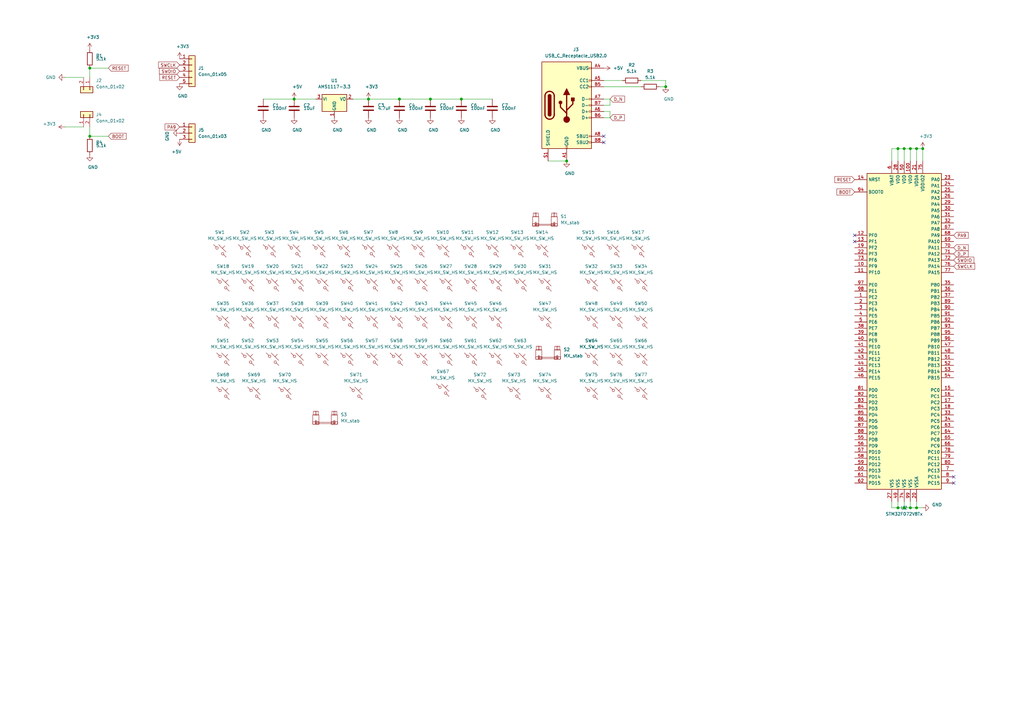
<source format=kicad_sch>
(kicad_sch (version 20211123) (generator eeschema)
  (paper "A3")
  (lib_symbols
    (symbol "Connector:USB_C_Receptacle_USB2.0" (pin_names (offset 1.016))
      (property "Reference" "J" (at -10.16 19.05 0))
      (property "Value" "USB_C_Receptacle_USB2.0" (at 19.05 19.05 0))
      (symbol "USB_C_Receptacle_USB2.0_0_0"
        (rectangle (start -0.254 -17.78) (end 0.254 -16.764))
        (rectangle (start 10.16 -14.986) (end 9.144 -15.494))
        (rectangle (start 10.16 -12.446) (end 9.144 -12.954))
        (rectangle (start 10.16 -4.826) (end 9.144 -5.334))
        (rectangle (start 10.16 -2.286) (end 9.144 -2.794))
        (rectangle (start 10.16 0.254) (end 9.144 -0.254))
        (rectangle (start 10.16 2.794) (end 9.144 2.286))
        (rectangle (start 10.16 7.874) (end 9.144 7.366))
        (rectangle (start 10.16 10.414) (end 9.144 9.906))
        (rectangle (start 10.16 15.494) (end 9.144 14.986))
      )
      (symbol "USB_C_Receptacle_USB2.0_0_1"
        (rectangle (start -10.16 17.78) (end 10.16 -17.78) (stroke (width 0.254)) (fill (type background)))
        (arc (start -8.89 -3.81) (mid -6.985 -5.715) (end -5.08 -3.81) (stroke (width 0.508)))
        (arc (start -7.62 -3.81) (mid -6.985 -4.445) (end -6.35 -3.81) (stroke (width 0.254)))
        (arc (start -7.62 -3.81) (mid -6.985 -4.445) (end -6.35 -3.81) (stroke (width 0.254)) (fill (type outline)))
        (rectangle (start -7.62 -3.81) (end -6.35 3.81) (stroke (width 0.254)) (fill (type outline)))
        (arc (start -6.35 3.81) (mid -6.985 4.445) (end -7.62 3.81) (stroke (width 0.254)))
        (arc (start -6.35 3.81) (mid -6.985 4.445) (end -7.62 3.81) (stroke (width 0.254)) (fill (type outline)))
        (arc (start -5.08 3.81) (mid -6.985 5.715) (end -8.89 3.81) (stroke (width 0.508)))
        (circle (center -2.54 1.143) (radius 0.635) (stroke (width 0.254)) (fill (type outline)))
        (circle (center 0 -5.842) (radius 1.27) (fill (type outline)))
        (polyline (pts (xy -8.89 -3.81) (xy -8.89 3.81)) (stroke (width 0.508)))
        (polyline (pts (xy -5.08 3.81) (xy -5.08 -3.81)) (stroke (width 0.508)))
        (polyline (pts (xy 0 -5.842) (xy 0 4.318)) (stroke (width 0.508)))
        (polyline (pts (xy 0 -3.302) (xy -2.54 -0.762) (xy -2.54 0.508)) (stroke (width 0.508)))
        (polyline (pts (xy 0 -2.032) (xy 2.54 0.508) (xy 2.54 1.778)) (stroke (width 0.508)))
        (polyline (pts (xy -1.27 4.318) (xy 0 6.858) (xy 1.27 4.318) (xy -1.27 4.318)) (stroke (width 0.254)) (fill (type outline)))
        (rectangle (start 1.905 1.778) (end 3.175 3.048) (stroke (width 0.254)) (fill (type outline)))
      )
      (symbol "USB_C_Receptacle_USB2.0_1_1"
        (pin passive line (at 0 -22.86 90) (length 5.08) (name "GND") (number "A1"))
        (pin passive line (at 0 -22.86 90) (length 5.08) hide (name "GND") (number "A12"))
        (pin passive line (at 15.24 15.24 180) (length 5.08) (name "VBUS") (number "A4"))
        (pin bidirectional line (at 15.24 10.16 180) (length 5.08) (name "CC1") (number "A5"))
        (pin bidirectional line (at 15.24 -2.54 180) (length 5.08) (name "D+") (number "A6"))
        (pin bidirectional line (at 15.24 2.54 180) (length 5.08) (name "D-") (number "A7"))
        (pin bidirectional line (at 15.24 -12.7 180) (length 5.08) (name "SBU1") (number "A8"))
        (pin passive line (at 15.24 15.24 180) (length 5.08) hide (name "VBUS") (number "A9"))
        (pin passive line (at 0 -22.86 90) (length 5.08) hide (name "GND") (number "B1"))
        (pin passive line (at 0 -22.86 90) (length 5.08) hide (name "GND") (number "B12"))
        (pin passive line (at 15.24 15.24 180) (length 5.08) hide (name "VBUS") (number "B4"))
        (pin bidirectional line (at 15.24 7.62 180) (length 5.08) (name "CC2") (number "B5"))
        (pin bidirectional line (at 15.24 -5.08 180) (length 5.08) (name "D+") (number "B6"))
        (pin bidirectional line (at 15.24 0 180) (length 5.08) (name "D-") (number "B7"))
        (pin bidirectional line (at 15.24 -15.24 180) (length 5.08) (name "SBU2") (number "B8"))
        (pin passive line (at 15.24 15.24 180) (length 5.08) hide (name "VBUS") (number "B9"))
        (pin passive line (at -7.62 -22.86 90) (length 5.08) (name "SHIELD") (number "S1"))
      )
    )
    (symbol "Connector_Generic:Conn_01x02" (pin_names (offset 1.016) hide)
      (property "Reference" "J" (at 0 2.54 0))
      (property "Value" "Conn_01x02" (at 0 -5.08 0))
      (symbol "Conn_01x02_1_1"
        (rectangle (start -1.27 -2.413) (end 0 -2.667) (stroke (width 0.1524)))
        (rectangle (start -1.27 0.127) (end 0 -0.127) (stroke (width 0.1524)))
        (rectangle (start -1.27 1.27) (end 1.27 -3.81) (stroke (width 0.254)) (fill (type background)))
        (pin passive line (at -5.08 0 0) (length 3.81) (name "Pin_1") (number "1"))
        (pin passive line (at -5.08 -2.54 0) (length 3.81) (name "Pin_2") (number "2"))
      )
    )
    (symbol "Connector_Generic:Conn_01x03" (pin_names (offset 1.016) hide)
      (property "Reference" "J" (at 0 5.08 0))
      (property "Value" "Conn_01x03" (at 0 -5.08 0))
      (symbol "Conn_01x03_1_1"
        (rectangle (start -1.27 -2.413) (end 0 -2.667) (stroke (width 0.1524)))
        (rectangle (start -1.27 0.127) (end 0 -0.127) (stroke (width 0.1524)))
        (rectangle (start -1.27 2.667) (end 0 2.413) (stroke (width 0.1524)))
        (rectangle (start -1.27 3.81) (end 1.27 -3.81) (stroke (width 0.254)) (fill (type background)))
        (pin passive line (at -5.08 2.54 0) (length 3.81) (name "Pin_1") (number "1"))
        (pin passive line (at -5.08 0 0) (length 3.81) (name "Pin_2") (number "2"))
        (pin passive line (at -5.08 -2.54 0) (length 3.81) (name "Pin_3") (number "3"))
      )
    )
    (symbol "Connector_Generic:Conn_01x05" (pin_names (offset 1.016) hide)
      (property "Reference" "J" (at 0 7.62 0))
      (property "Value" "Conn_01x05" (at 0 -7.62 0))
      (symbol "Conn_01x05_1_1"
        (rectangle (start -1.27 -4.953) (end 0 -5.207) (stroke (width 0.1524)))
        (rectangle (start -1.27 -2.413) (end 0 -2.667) (stroke (width 0.1524)))
        (rectangle (start -1.27 0.127) (end 0 -0.127) (stroke (width 0.1524)))
        (rectangle (start -1.27 2.667) (end 0 2.413) (stroke (width 0.1524)))
        (rectangle (start -1.27 5.207) (end 0 4.953) (stroke (width 0.1524)))
        (rectangle (start -1.27 6.35) (end 1.27 -6.35) (stroke (width 0.254)) (fill (type background)))
        (pin passive line (at -5.08 5.08 0) (length 3.81) (name "Pin_1") (number "1"))
        (pin passive line (at -5.08 2.54 0) (length 3.81) (name "Pin_2") (number "2"))
        (pin passive line (at -5.08 0 0) (length 3.81) (name "Pin_3") (number "3"))
        (pin passive line (at -5.08 -2.54 0) (length 3.81) (name "Pin_4") (number "4"))
        (pin passive line (at -5.08 -5.08 0) (length 3.81) (name "Pin_5") (number "5"))
      )
    )
    (symbol "Device:C" (pin_numbers hide) (pin_names (offset 0.254))
      (property "Reference" "C" (at 0.635 2.54 0))
      (property "Value" "C" (at 0.635 -2.54 0))
      (symbol "C_0_1"
        (polyline (pts (xy -2.032 -0.762) (xy 2.032 -0.762)) (stroke (width 0.508)))
        (polyline (pts (xy -2.032 0.762) (xy 2.032 0.762)) (stroke (width 0.508)))
      )
      (symbol "C_1_1"
        (pin passive line (at 0 3.81 270) (length 2.794) (name "~") (number "1"))
        (pin passive line (at 0 -3.81 90) (length 2.794) (name "~") (number "2"))
      )
    )
    (symbol "Device:R" (pin_numbers hide) (pin_names (offset 0))
      (property "Reference" "R" (at 2.032 0 90))
      (property "Value" "R" (at 0 0 90))
      (symbol "R_0_1"
        (rectangle (start -1.016 -2.54) (end 1.016 2.54) (stroke (width 0.254)))
      )
      (symbol "R_1_1"
        (pin passive line (at 0 3.81 270) (length 1.27) (name "~") (number "1"))
        (pin passive line (at 0 -3.81 90) (length 1.27) (name "~") (number "2"))
      )
    )
    (symbol "MCU_ST_STM32F0:STM32F072V8Tx"
      (property "Reference" "U" (at -15.24 64.77 0))
      (property "Value" "STM32F072V8Tx" (at 10.16 64.77 0))
      (symbol "STM32F072V8Tx_0_1"
        (rectangle (start -15.24 -66.04) (end 15.24 63.5) (stroke (width 0.254)) (fill (type background)))
      )
      (symbol "STM32F072V8Tx_1_1"
        (pin bidirectional line (at -20.32 12.7 0) (length 5.08) (name "PE2") (number "1"))
        (pin bidirectional line (at -20.32 25.4 0) (length 5.08) (name "PF9") (number "10"))
        (pin power_in line (at 2.54 68.58 270) (length 5.08) (name "VDD") (number "100"))
        (pin bidirectional line (at -20.32 22.86 0) (length 5.08) (name "PF10") (number "11"))
        (pin input line (at -20.32 38.1 0) (length 5.08) (name "PF0") (number "12"))
        (pin input line (at -20.32 35.56 0) (length 5.08) (name "PF1") (number "13"))
        (pin input line (at -20.32 60.96 0) (length 5.08) (name "NRST") (number "14"))
        (pin bidirectional line (at 20.32 -25.4 180) (length 5.08) (name "PC0") (number "15"))
        (pin bidirectional line (at 20.32 -27.94 180) (length 5.08) (name "PC1") (number "16"))
        (pin bidirectional line (at 20.32 -30.48 180) (length 5.08) (name "PC2") (number "17"))
        (pin bidirectional line (at 20.32 -33.02 180) (length 5.08) (name "PC3") (number "18"))
        (pin bidirectional line (at -20.32 33.02 0) (length 5.08) (name "PF2") (number "19"))
        (pin bidirectional line (at -20.32 10.16 0) (length 5.08) (name "PE3") (number "2"))
        (pin power_in line (at 5.08 -71.12 90) (length 5.08) (name "VSSA") (number "20"))
        (pin power_in line (at 5.08 68.58 270) (length 5.08) (name "VDDA") (number "21"))
        (pin bidirectional line (at -20.32 30.48 0) (length 5.08) (name "PF3") (number "22"))
        (pin bidirectional line (at 20.32 60.96 180) (length 5.08) (name "PA0") (number "23"))
        (pin bidirectional line (at 20.32 58.42 180) (length 5.08) (name "PA1") (number "24"))
        (pin bidirectional line (at 20.32 55.88 180) (length 5.08) (name "PA2") (number "25"))
        (pin bidirectional line (at 20.32 53.34 180) (length 5.08) (name "PA3") (number "26"))
        (pin power_in line (at -5.08 -71.12 90) (length 5.08) (name "VSS") (number "27"))
        (pin power_in line (at -2.54 68.58 270) (length 5.08) (name "VDD") (number "28"))
        (pin bidirectional line (at 20.32 50.8 180) (length 5.08) (name "PA4") (number "29"))
        (pin bidirectional line (at -20.32 7.62 0) (length 5.08) (name "PE4") (number "3"))
        (pin bidirectional line (at 20.32 48.26 180) (length 5.08) (name "PA5") (number "30"))
        (pin bidirectional line (at 20.32 45.72 180) (length 5.08) (name "PA6") (number "31"))
        (pin bidirectional line (at 20.32 43.18 180) (length 5.08) (name "PA7") (number "32"))
        (pin bidirectional line (at 20.32 -35.56 180) (length 5.08) (name "PC4") (number "33"))
        (pin bidirectional line (at 20.32 -38.1 180) (length 5.08) (name "PC5") (number "34"))
        (pin bidirectional line (at 20.32 17.78 180) (length 5.08) (name "PB0") (number "35"))
        (pin bidirectional line (at 20.32 15.24 180) (length 5.08) (name "PB1") (number "36"))
        (pin bidirectional line (at 20.32 12.7 180) (length 5.08) (name "PB2") (number "37"))
        (pin bidirectional line (at -20.32 0 0) (length 5.08) (name "PE7") (number "38"))
        (pin bidirectional line (at -20.32 -2.54 0) (length 5.08) (name "PE8") (number "39"))
        (pin bidirectional line (at -20.32 5.08 0) (length 5.08) (name "PE5") (number "4"))
        (pin bidirectional line (at -20.32 -5.08 0) (length 5.08) (name "PE9") (number "40"))
        (pin bidirectional line (at -20.32 -7.62 0) (length 5.08) (name "PE10") (number "41"))
        (pin bidirectional line (at -20.32 -10.16 0) (length 5.08) (name "PE11") (number "42"))
        (pin bidirectional line (at -20.32 -12.7 0) (length 5.08) (name "PE12") (number "43"))
        (pin bidirectional line (at -20.32 -15.24 0) (length 5.08) (name "PE13") (number "44"))
        (pin bidirectional line (at -20.32 -17.78 0) (length 5.08) (name "PE14") (number "45"))
        (pin bidirectional line (at -20.32 -20.32 0) (length 5.08) (name "PE15") (number "46"))
        (pin bidirectional line (at 20.32 -7.62 180) (length 5.08) (name "PB10") (number "47"))
        (pin bidirectional line (at 20.32 -10.16 180) (length 5.08) (name "PB11") (number "48"))
        (pin power_in line (at -2.54 -71.12 90) (length 5.08) (name "VSS") (number "49"))
        (pin bidirectional line (at -20.32 2.54 0) (length 5.08) (name "PE6") (number "5"))
        (pin power_in line (at 0 68.58 270) (length 5.08) (name "VDD") (number "50"))
        (pin bidirectional line (at 20.32 -12.7 180) (length 5.08) (name "PB12") (number "51"))
        (pin bidirectional line (at 20.32 -15.24 180) (length 5.08) (name "PB13") (number "52"))
        (pin bidirectional line (at 20.32 -17.78 180) (length 5.08) (name "PB14") (number "53"))
        (pin bidirectional line (at 20.32 -20.32 180) (length 5.08) (name "PB15") (number "54"))
        (pin bidirectional line (at -20.32 -45.72 0) (length 5.08) (name "PD8") (number "55"))
        (pin bidirectional line (at -20.32 -48.26 0) (length 5.08) (name "PD9") (number "56"))
        (pin bidirectional line (at -20.32 -50.8 0) (length 5.08) (name "PD10") (number "57"))
        (pin bidirectional line (at -20.32 -53.34 0) (length 5.08) (name "PD11") (number "58"))
        (pin bidirectional line (at -20.32 -55.88 0) (length 5.08) (name "PD12") (number "59"))
        (pin power_in line (at -5.08 68.58 270) (length 5.08) (name "VBAT") (number "6"))
        (pin bidirectional line (at -20.32 -58.42 0) (length 5.08) (name "PD13") (number "60"))
        (pin bidirectional line (at -20.32 -60.96 0) (length 5.08) (name "PD14") (number "61"))
        (pin bidirectional line (at -20.32 -63.5 0) (length 5.08) (name "PD15") (number "62"))
        (pin bidirectional line (at 20.32 -40.64 180) (length 5.08) (name "PC6") (number "63"))
        (pin bidirectional line (at 20.32 -43.18 180) (length 5.08) (name "PC7") (number "64"))
        (pin bidirectional line (at 20.32 -45.72 180) (length 5.08) (name "PC8") (number "65"))
        (pin bidirectional line (at 20.32 -48.26 180) (length 5.08) (name "PC9") (number "66"))
        (pin bidirectional line (at 20.32 40.64 180) (length 5.08) (name "PA8") (number "67"))
        (pin bidirectional line (at 20.32 38.1 180) (length 5.08) (name "PA9") (number "68"))
        (pin bidirectional line (at 20.32 35.56 180) (length 5.08) (name "PA10") (number "69"))
        (pin bidirectional line (at 20.32 -58.42 180) (length 5.08) (name "PC13") (number "7"))
        (pin bidirectional line (at 20.32 33.02 180) (length 5.08) (name "PA11") (number "70"))
        (pin bidirectional line (at 20.32 30.48 180) (length 5.08) (name "PA12") (number "71"))
        (pin bidirectional line (at 20.32 27.94 180) (length 5.08) (name "PA13") (number "72"))
        (pin bidirectional line (at -20.32 27.94 0) (length 5.08) (name "PF6") (number "73"))
        (pin power_in line (at 0 -71.12 90) (length 5.08) (name "VSS") (number "74"))
        (pin power_in line (at 7.62 68.58 270) (length 5.08) (name "VDDIO2") (number "75"))
        (pin bidirectional line (at 20.32 25.4 180) (length 5.08) (name "PA14") (number "76"))
        (pin bidirectional line (at 20.32 22.86 180) (length 5.08) (name "PA15") (number "77"))
        (pin bidirectional line (at 20.32 -50.8 180) (length 5.08) (name "PC10") (number "78"))
        (pin bidirectional line (at 20.32 -53.34 180) (length 5.08) (name "PC11") (number "79"))
        (pin bidirectional line (at 20.32 -60.96 180) (length 5.08) (name "PC14") (number "8"))
        (pin bidirectional line (at 20.32 -55.88 180) (length 5.08) (name "PC12") (number "80"))
        (pin bidirectional line (at -20.32 -25.4 0) (length 5.08) (name "PD0") (number "81"))
        (pin bidirectional line (at -20.32 -27.94 0) (length 5.08) (name "PD1") (number "82"))
        (pin bidirectional line (at -20.32 -30.48 0) (length 5.08) (name "PD2") (number "83"))
        (pin bidirectional line (at -20.32 -33.02 0) (length 5.08) (name "PD3") (number "84"))
        (pin bidirectional line (at -20.32 -35.56 0) (length 5.08) (name "PD4") (number "85"))
        (pin bidirectional line (at -20.32 -38.1 0) (length 5.08) (name "PD5") (number "86"))
        (pin bidirectional line (at -20.32 -40.64 0) (length 5.08) (name "PD6") (number "87"))
        (pin bidirectional line (at -20.32 -43.18 0) (length 5.08) (name "PD7") (number "88"))
        (pin bidirectional line (at 20.32 10.16 180) (length 5.08) (name "PB3") (number "89"))
        (pin bidirectional line (at 20.32 -63.5 180) (length 5.08) (name "PC15") (number "9"))
        (pin bidirectional line (at 20.32 7.62 180) (length 5.08) (name "PB4") (number "90"))
        (pin bidirectional line (at 20.32 5.08 180) (length 5.08) (name "PB5") (number "91"))
        (pin bidirectional line (at 20.32 2.54 180) (length 5.08) (name "PB6") (number "92"))
        (pin bidirectional line (at 20.32 0 180) (length 5.08) (name "PB7") (number "93"))
        (pin input line (at -20.32 55.88 0) (length 5.08) (name "BOOT0") (number "94"))
        (pin bidirectional line (at 20.32 -2.54 180) (length 5.08) (name "PB8") (number "95"))
        (pin bidirectional line (at 20.32 -5.08 180) (length 5.08) (name "PB9") (number "96"))
        (pin bidirectional line (at -20.32 17.78 0) (length 5.08) (name "PE0") (number "97"))
        (pin bidirectional line (at -20.32 15.24 0) (length 5.08) (name "PE1") (number "98"))
        (pin power_in line (at 2.54 -71.12 90) (length 5.08) (name "VSS") (number "99"))
      )
    )
    (symbol "Regulator_Linear:AMS1117-3.3" (pin_names (offset 0.254))
      (property "Reference" "U" (at -3.81 3.175 0))
      (property "Value" "AMS1117-3.3" (at 0 3.175 0))
      (symbol "AMS1117-3.3_0_1"
        (rectangle (start -5.08 -5.08) (end 5.08 1.905) (stroke (width 0.254)) (fill (type background)))
      )
      (symbol "AMS1117-3.3_1_1"
        (pin power_in line (at 0 -7.62 90) (length 2.54) (name "GND") (number "1"))
        (pin power_out line (at 7.62 0 180) (length 2.54) (name "VO") (number "2"))
        (pin power_in line (at -7.62 0 0) (length 2.54) (name "VI") (number "3"))
      )
    )
    (symbol "marbastlib-mx:MX_SW_HS" (pin_numbers hide) (pin_names (offset 1.016) hide)
      (property "Reference" "SW" (at 3.048 1.016 0))
      (property "Value" "MX_SW_HS" (at 0 -3.81 0))
      (symbol "MX_SW_HS_0_1"
        (circle (center -1.1684 1.1684) (radius 0.508))
        (polyline (pts (xy -0.508 2.54) (xy 2.54 -0.508)))
        (polyline (pts (xy 1.016 1.016) (xy 2.032 2.032)))
        (polyline (pts (xy -2.54 2.54) (xy -1.524 1.524) (xy -1.524 1.524)))
        (polyline (pts (xy 1.524 -1.524) (xy 2.54 -2.54) (xy 2.54 -2.54) (xy 2.54 -2.54)))
        (circle (center 1.143 -1.1938) (radius 0.508))
        (pin passive line (at -2.54 2.54 0) (length 0) (name "1") (number "1"))
        (pin passive line (at 2.54 -2.54 180) (length 0) (name "2") (number "2"))
      )
    )
    (symbol "marbastlib-mx:MX_stab" (pin_names (offset 1.016))
      (property "Reference" "S" (at -5.08 6.35 0))
      (property "Value" "MX_stab" (at -5.08 3.81 0))
      (symbol "MX_stab_0_1"
        (rectangle (start -5.08 -1.524) (end -2.54 -2.54))
        (rectangle (start -5.08 1.27) (end -2.54 -2.54))
        (rectangle (start -4.826 2.794) (end -2.794 1.27))
        (rectangle (start -4.064 -2.286) (end -3.556 -1.016))
        (rectangle (start -4.064 -1.778) (end 4.064 -2.286))
        (rectangle (start -4.064 1.27) (end -3.556 2.794))
        (rectangle (start 2.54 -1.524) (end 5.08 -2.54))
        (rectangle (start 2.54 1.27) (end 5.08 -2.54))
        (rectangle (start 2.794 2.794) (end 4.826 1.27))
        (rectangle (start 3.556 1.27) (end 4.064 2.794))
        (rectangle (start 4.064 -2.286) (end 3.556 -1.016))
      )
    )
    (symbol "power:+3V3" (power) (pin_names (offset 0))
      (property "Value" "+3V3" (at 0 3.556 0))
      (symbol "+3V3_0_1"
        (polyline (pts (xy -0.762 1.27) (xy 0 2.54)))
        (polyline (pts (xy 0 0) (xy 0 2.54)))
        (polyline (pts (xy 0 2.54) (xy 0.762 1.27)))
      )
      (symbol "+3V3_1_1"
        (pin power_in line (at 0 0 90) (length 0) hide (name "+3V3") (number "1"))
      )
    )
    (symbol "power:+5V" (power) (pin_names (offset 0))
      (property "Value" "+5V" (at 0 3.556 0))
      (symbol "+5V_0_1"
        (polyline (pts (xy -0.762 1.27) (xy 0 2.54)))
        (polyline (pts (xy 0 0) (xy 0 2.54)))
        (polyline (pts (xy 0 2.54) (xy 0.762 1.27)))
      )
      (symbol "+5V_1_1"
        (pin power_in line (at 0 0 90) (length 0) hide (name "+5V") (number "1"))
      )
    )
    (symbol "power:GND" (power) (pin_names (offset 0))
      (property "Value" "GND" (at 0 -3.81 0))
      (symbol "GND_0_1"
        (polyline (pts (xy 0 0) (xy 0 -1.27) (xy 1.27 -1.27) (xy 0 -2.54) (xy -1.27 -1.27) (xy 0 -1.27)))
      )
      (symbol "GND_1_1"
        (pin power_in line (at 0 0 270) (length 0) hide (name "GND") (number "1"))
      )
    )
  )
  (junction (at 370.84 60.96) (diameter 1.016))
  (junction (at 370.84 208.28) (diameter 1.016))
  (junction (at 151.13 40.64) (diameter 1.016))
  (junction (at 368.3 60.96) (diameter 1.016))
  (junction (at 232.41 66.04) (diameter 1.016))
  (junction (at 163.83 40.64) (diameter 1.016))
  (junction (at 378.46 60.96) (diameter 1.016))
  (junction (at 375.92 208.28) (diameter 1.016))
  (junction (at 176.53 40.64) (diameter 1.016))
  (junction (at 36.83 27.94) (diameter 1.016))
  (junction (at 36.83 55.88) (diameter 1.016))
  (junction (at 373.38 60.96) (diameter 1.016))
  (junction (at 375.92 60.96) (diameter 1.016))
  (junction (at 373.38 208.28) (diameter 1.016))
  (junction (at 189.23 40.64) (diameter 1.016))
  (junction (at 120.65 40.64) (diameter 1.016))
  (junction (at 273.05 35.56) (diameter 1.016))
  (junction (at 368.3 208.28) (diameter 1.016))
  (no_connect (at 247.65 55.88))
  (no_connect (at 350.52 99.06))
  (no_connect (at 247.65 58.42))
  (no_connect (at 350.52 96.52))
  (no_connect (at 391.16 195.58))
  (no_connect (at 391.16 198.12))
  (wire (pts (xy 370.84 208.28) (xy 373.38 208.28)))
  (wire (pts (xy 224.79 66.04) (xy 232.41 66.04)))
  (wire (pts (xy 247.65 35.56) (xy 262.89 35.56)))
  (wire (pts (xy 107.95 40.64) (xy 120.65 40.64)))
  (wire (pts (xy 378.46 60.96) (xy 378.46 66.04)))
  (wire (pts (xy 151.13 40.64) (xy 163.83 40.64)))
  (wire (pts (xy 375.92 60.96) (xy 375.92 66.04)))
  (wire (pts (xy 373.38 205.74) (xy 373.38 208.28)))
  (wire (pts (xy 375.92 208.28) (xy 378.46 208.28)))
  (wire (pts (xy 365.76 205.74) (xy 365.76 208.28)))
  (wire (pts (xy 250.19 43.18) (xy 250.19 40.64)))
  (wire (pts (xy 368.3 60.96) (xy 368.3 66.04)))
  (wire (pts (xy 375.92 60.96) (xy 378.46 60.96)))
  (wire (pts (xy 163.83 40.64) (xy 176.53 40.64)))
  (wire (pts (xy 270.51 35.56) (xy 273.05 35.56)))
  (wire (pts (xy 370.84 60.96) (xy 373.38 60.96)))
  (wire (pts (xy 247.65 48.26) (xy 250.19 48.26)))
  (wire (pts (xy 250.19 45.72) (xy 250.19 48.26)))
  (wire (pts (xy 365.76 208.28) (xy 368.3 208.28)))
  (wire (pts (xy 189.23 40.64) (xy 201.93 40.64)))
  (wire (pts (xy 144.78 40.64) (xy 151.13 40.64)))
  (wire (pts (xy 26.67 31.75) (xy 34.29 31.75)))
  (wire (pts (xy 26.67 52.07) (xy 34.29 52.07)))
  (wire (pts (xy 373.38 60.96) (xy 375.92 60.96)))
  (wire (pts (xy 262.89 33.02) (xy 273.05 33.02)))
  (wire (pts (xy 36.83 27.94) (xy 36.83 31.75)))
  (wire (pts (xy 368.3 205.74) (xy 368.3 208.28)))
  (wire (pts (xy 36.83 55.88) (xy 44.45 55.88)))
  (wire (pts (xy 368.3 208.28) (xy 370.84 208.28)))
  (wire (pts (xy 36.83 52.07) (xy 36.83 55.88)))
  (wire (pts (xy 373.38 60.96) (xy 373.38 66.04)))
  (wire (pts (xy 365.76 60.96) (xy 368.3 60.96)))
  (wire (pts (xy 247.65 40.64) (xy 250.19 40.64)))
  (wire (pts (xy 120.65 40.64) (xy 129.54 40.64)))
  (wire (pts (xy 373.38 208.28) (xy 375.92 208.28)))
  (wire (pts (xy 365.76 66.04) (xy 365.76 60.96)))
  (wire (pts (xy 247.65 33.02) (xy 255.27 33.02)))
  (wire (pts (xy 370.84 205.74) (xy 370.84 208.28)))
  (wire (pts (xy 273.05 33.02) (xy 273.05 35.56)))
  (wire (pts (xy 247.65 43.18) (xy 250.19 43.18)))
  (wire (pts (xy 370.84 60.96) (xy 370.84 66.04)))
  (wire (pts (xy 176.53 40.64) (xy 189.23 40.64)))
  (wire (pts (xy 247.65 45.72) (xy 250.19 45.72)))
  (wire (pts (xy 368.3 60.96) (xy 370.84 60.96)))
  (wire (pts (xy 36.83 27.94) (xy 44.45 27.94)))
  (wire (pts (xy 375.92 205.74) (xy 375.92 208.28)))
  (global_label "PA9" (shape input) (at 73.66 52.07 180) (property "Intersheet References" "${INTERSHEET_REFS}" (effects hide)))
  (global_label "RESET" (shape input) (at 350.52 73.66 180) (property "Intersheet References" "${INTERSHEET_REFS}" (effects hide)))
  (global_label "BOOT" (shape input) (at 44.45 55.88 0) (property "Intersheet References" "${INTERSHEET_REFS}" (effects hide)))
  (global_label "D_N" (shape input) (at 250.19 40.64 0) (property "Intersheet References" "${INTERSHEET_REFS}" (effects hide)))
  (global_label "RESET" (shape input) (at 44.45 27.94 0) (property "Intersheet References" "${INTERSHEET_REFS}" (effects hide)))
  (global_label "SWDIO" (shape input) (at 391.16 106.68 0) (property "Intersheet References" "${INTERSHEET_REFS}" (effects hide)))
  (global_label "SWCLK" (shape input) (at 73.66 26.67 180) (property "Intersheet References" "${INTERSHEET_REFS}" (effects hide)))
  (global_label "PA9" (shape input) (at 391.16 96.52 0) (property "Intersheet References" "${INTERSHEET_REFS}" (effects hide)))
  (global_label "RESET" (shape input) (at 73.66 31.75 180) (property "Intersheet References" "${INTERSHEET_REFS}" (effects hide)))
  (global_label "SWCLK" (shape input) (at 391.16 109.22 0) (property "Intersheet References" "${INTERSHEET_REFS}" (effects hide)))
  (global_label "D_P" (shape input) (at 250.19 48.26 0) (property "Intersheet References" "${INTERSHEET_REFS}" (effects hide)))
  (global_label "D_N" (shape input) (at 391.16 101.6 0) (property "Intersheet References" "${INTERSHEET_REFS}" (effects hide)))
  (global_label "D_P" (shape input) (at 391.16 104.14 0) (property "Intersheet References" "${INTERSHEET_REFS}" (effects hide)))
  (global_label "BOOT" (shape input) (at 350.52 78.74 180) (property "Intersheet References" "${INTERSHEET_REFS}" (effects hide)))
  (global_label "SWDIO" (shape input) (at 73.66 29.21 180) (property "Intersheet References" "${INTERSHEET_REFS}" (effects hide)))
  (symbol (lib_id "power:GND") (at 273.05 35.56 0) (unit 1)
    (property "Reference" "#PWR06" (effects hide))
    (property "Value" "GND" (at 274.32 40.64 0))
  )
  (symbol (lib_id "marbastlib-mx:MX_SW_HS") (at 91.44 132.08 0) (unit 1)
    (property "Reference" "SW35" (at 91.44 124.46 0))
    (property "Value" "MX_SW_HS" (at 91.44 127 0))
    (property "Footprint" "marbastlib-mx:SW_MX_HS_1u" (effects hide))
  )
  (symbol (lib_id "Device:C") (at 120.65 44.45 0) (unit 1)
    (property "Reference" "C2" (at 124.46 43.18 0) (effects (justify left)))
    (property "Value" "10uF" (at 124.46 44.45 0) (effects (justify left)))
    (property "Footprint" "Capacitor_SMD:C_0603_1608Metric" (effects hide))
  )
  (symbol (lib_id "marbastlib-mx:MX_SW_HS") (at 182.88 132.08 0) (unit 1)
    (property "Reference" "SW44" (at 182.88 124.46 0))
    (property "Value" "MX_SW_HS" (at 182.88 127 0))
    (property "Footprint" "marbastlib-mx:SW_MX_HS_1u" (effects hide))
  )
  (symbol (lib_id "marbastlib-mx:MX_SW_HS") (at 142.24 116.84 0) (unit 1)
    (property "Reference" "SW23" (at 142.24 109.22 0))
    (property "Value" "MX_SW_HS" (at 142.24 111.76 0))
    (property "Footprint" "marbastlib-mx:SW_MX_HS_1u" (effects hide))
  )
  (symbol (lib_id "marbastlib-mx:MX_SW_HS") (at 132.08 116.84 0) (unit 1)
    (property "Reference" "SW22" (at 132.08 109.22 0))
    (property "Value" "MX_SW_HS" (at 132.08 111.76 0))
    (property "Footprint" "marbastlib-mx:SW_MX_HS_1u" (effects hide))
  )
  (symbol (lib_id "marbastlib-mx:MX_SW_HS") (at 91.44 116.84 0) (unit 1)
    (property "Reference" "SW18" (at 91.44 109.22 0))
    (property "Value" "MX_SW_HS" (at 91.44 111.76 0))
    (property "Footprint" "marbastlib-mx:SW_MX_HS_1.5u" (effects hide))
  )
  (symbol (lib_id "power:GND") (at 176.53 48.26 0) (unit 1)
    (property "Reference" "#PWR014" (effects hide))
    (property "Value" "GND" (at 177.8 53.34 0))
  )
  (symbol (lib_id "Device:C") (at 107.95 44.45 0) (unit 1)
    (property "Reference" "C1" (at 111.76 43.18 0) (effects (justify left)))
    (property "Value" "100nF" (at 111.76 44.45 0) (effects (justify left)))
    (property "Footprint" "Capacitor_SMD:C_0603_1608Metric" (effects hide))
  )
  (symbol (lib_id "Device:R") (at 36.83 24.13 180) (unit 1)
    (property "Reference" "R1" (at 39.37 22.86 0) (effects (justify right)))
    (property "Value" "5.1k" (at 39.37 24.13 0) (effects (justify right)))
    (property "Footprint" "Resistor_SMD:R_0603_1608Metric" (effects hide))
  )
  (symbol (lib_id "power:+3V3") (at 26.67 52.07 90) (unit 1)
    (property "Reference" "#PWR017" (effects hide))
    (property "Value" "+3V3" (at 22.86 50.8 90) (effects (justify left)))
  )
  (symbol (lib_id "power:GND") (at 163.83 48.26 0) (unit 1)
    (property "Reference" "#PWR013" (effects hide))
    (property "Value" "GND" (at 165.1 53.34 0))
  )
  (symbol (lib_id "marbastlib-mx:MX_SW_HS") (at 104.14 161.29 0) (unit 1)
    (property "Reference" "SW69" (at 104.14 153.67 0))
    (property "Value" "MX_SW_HS" (at 104.14 156.21 0))
    (property "Footprint" "marbastlib-mx:SW_MX_HS_1u" (effects hide))
  )
  (symbol (lib_id "power:+3V3") (at 378.46 60.96 0) (unit 1)
    (property "Reference" "#PWR020" (effects hide))
    (property "Value" "+3V3" (at 379.73 55.88 0))
  )
  (symbol (lib_id "marbastlib-mx:MX_SW_HS") (at 213.36 116.84 0) (unit 1)
    (property "Reference" "SW30" (at 213.36 109.22 0))
    (property "Value" "MX_SW_HS" (at 213.36 111.76 0))
    (property "Footprint" "marbastlib-mx:SW_MX_HS_1u" (effects hide))
  )
  (symbol (lib_id "marbastlib-mx:MX_SW_HS") (at 116.84 161.29 0) (unit 1)
    (property "Reference" "SW70" (at 116.84 153.67 0))
    (property "Value" "MX_SW_HS" (at 116.84 156.21 0))
    (property "Footprint" "marbastlib-mx:SW_MX_HS_1u" (effects hide))
  )
  (symbol (lib_id "power:GND") (at 201.93 48.26 0) (unit 1)
    (property "Reference" "#PWR016" (effects hide))
    (property "Value" "GND" (at 203.2 53.34 0))
  )
  (symbol (lib_id "power:+5V") (at 120.65 40.64 0) (unit 1)
    (property "Reference" "#PWR07" (effects hide))
    (property "Value" "+5V" (at 121.92 35.56 0))
  )
  (symbol (lib_id "Regulator_Linear:AMS1117-3.3") (at 137.16 40.64 0) (unit 1)
    (property "Reference" "U1" (at 137.16 33.02 0))
    (property "Value" "AMS1117-3.3" (at 137.16 35.56 0))
    (property "Footprint" "Package_TO_SOT_SMD:SOT-223-3_TabPin2" (effects hide))
    (property "Datasheet" "http://www.advanced-monolithic.com/pdf/ds1117.pdf" (effects hide))
  )
  (symbol (lib_id "marbastlib-mx:MX_SW_HS") (at 242.57 161.29 0) (unit 1)
    (property "Reference" "SW75" (at 242.57 153.67 0))
    (property "Value" "MX_SW_HS" (at 242.57 156.21 0))
    (property "Footprint" "marbastlib-mx:SW_MX_HS_1u" (effects hide))
  )
  (symbol (lib_id "marbastlib-mx:MX_SW_HS") (at 172.72 147.32 0) (unit 1)
    (property "Reference" "SW59" (at 172.72 139.7 0))
    (property "Value" "MX_SW_HS" (at 172.72 142.24 0))
    (property "Footprint" "marbastlib-mx:SW_MX_HS_1u" (effects hide))
  )
  (symbol (lib_id "marbastlib-mx:MX_SW_HS") (at 162.56 116.84 0) (unit 1)
    (property "Reference" "SW25" (at 162.56 109.22 0))
    (property "Value" "MX_SW_HS" (at 162.56 111.76 0))
    (property "Footprint" "marbastlib-mx:SW_MX_HS_1u" (effects hide))
  )
  (symbol (lib_id "marbastlib-mx:MX_SW_HS") (at 172.72 116.84 0) (unit 1)
    (property "Reference" "SW26" (at 172.72 109.22 0))
    (property "Value" "MX_SW_HS" (at 172.72 111.76 0))
    (property "Footprint" "marbastlib-mx:SW_MX_HS_1u" (effects hide))
  )
  (symbol (lib_id "marbastlib-mx:MX_SW_HS") (at 132.08 147.32 0) (unit 1)
    (property "Reference" "SW55" (at 132.08 139.7 0))
    (property "Value" "MX_SW_HS" (at 132.08 142.24 0))
    (property "Footprint" "marbastlib-mx:SW_MX_HS_1u" (effects hide))
  )
  (symbol (lib_id "marbastlib-mx:MX_SW_HS") (at 252.73 161.29 0) (unit 1)
    (property "Reference" "SW76" (at 252.73 153.67 0))
    (property "Value" "MX_SW_HS" (at 252.73 156.21 0))
    (property "Footprint" "marbastlib-mx:SW_MX_HS_1u" (effects hide))
  )
  (symbol (lib_id "marbastlib-mx:MX_SW_HS") (at 252.73 116.84 0) (unit 1)
    (property "Reference" "SW33" (at 252.73 109.22 0))
    (property "Value" "MX_SW_HS" (at 252.73 111.76 0))
    (property "Footprint" "marbastlib-mx:SW_MX_HS_1u" (effects hide))
  )
  (symbol (lib_id "marbastlib-mx:MX_SW_HS") (at 191.77 102.87 0) (unit 1)
    (property "Reference" "SW11" (at 191.77 95.25 0))
    (property "Value" "MX_SW_HS" (at 191.77 97.79 0))
    (property "Footprint" "marbastlib-mx:SW_MX_HS_1u" (effects hide))
  )
  (symbol (lib_id "Device:C") (at 151.13 44.45 0) (unit 1)
    (property "Reference" "C3" (at 154.94 43.18 0) (effects (justify left)))
    (property "Value" "4.7uF" (at 154.94 44.45 0) (effects (justify left)))
    (property "Footprint" "Capacitor_SMD:C_0603_1608Metric" (effects hide))
  )
  (symbol (lib_id "power:GND") (at 107.95 48.26 0) (unit 1)
    (property "Reference" "#PWR09" (effects hide))
    (property "Value" "GND" (at 109.22 53.34 0))
  )
  (symbol (lib_id "marbastlib-mx:MX_SW_HS") (at 262.89 116.84 0) (unit 1)
    (property "Reference" "SW34" (at 262.89 109.22 0))
    (property "Value" "MX_SW_HS" (at 262.89 111.76 0))
    (property "Footprint" "marbastlib-mx:SW_MX_HS_1u" (effects hide))
  )
  (symbol (lib_id "marbastlib-mx:MX_SW_HS") (at 152.4 132.08 0) (unit 1)
    (property "Reference" "SW41" (at 152.4 124.46 0))
    (property "Value" "MX_SW_HS" (at 152.4 127 0))
    (property "Footprint" "marbastlib-mx:SW_MX_HS_1u" (effects hide))
  )
  (symbol (lib_id "marbastlib-mx:MX_SW_HS") (at 142.24 147.32 0) (unit 1)
    (property "Reference" "SW56" (at 142.24 139.7 0))
    (property "Value" "MX_SW_HS" (at 142.24 142.24 0))
    (property "Footprint" "marbastlib-mx:SW_MX_HS_1u" (effects hide))
  )
  (symbol (lib_id "Device:R") (at 36.83 59.69 180) (unit 1)
    (property "Reference" "R4" (at 39.37 58.42 0) (effects (justify right)))
    (property "Value" "5.1k" (at 39.37 59.69 0) (effects (justify right)))
    (property "Footprint" "Resistor_SMD:R_0603_1608Metric" (effects hide))
  )
  (symbol (lib_id "marbastlib-mx:MX_SW_HS") (at 100.33 102.87 0) (unit 1)
    (property "Reference" "SW2" (at 100.33 95.25 0))
    (property "Value" "MX_SW_HS" (at 100.33 97.79 0))
    (property "Footprint" "marbastlib-mx:SW_MX_HS_1u" (effects hide))
  )
  (symbol (lib_id "marbastlib-mx:MX_SW_HS") (at 251.46 102.87 0) (unit 1)
    (property "Reference" "SW16" (at 251.46 95.25 0))
    (property "Value" "MX_SW_HS" (at 251.46 97.79 0))
    (property "Footprint" "marbastlib-mx:SW_MX_HS_1u" (effects hide))
  )
  (symbol (lib_id "marbastlib-mx:MX_stab") (at 133.35 171.45 0) (unit 1)
    (property "Reference" "S3" (at 139.7 170.0529 0) (effects (justify left)))
    (property "Value" "MX_stab" (at 139.7 172.5929 0) (effects (justify left)))
    (property "Footprint" "marbastlib-mx:STAB_MX_P_6u" (effects hide))
  )
  (symbol (lib_id "power:GND") (at 120.65 48.26 0) (unit 1)
    (property "Reference" "#PWR010" (effects hide))
    (property "Value" "GND" (at 121.92 53.34 0))
  )
  (symbol (lib_id "marbastlib-mx:MX_SW_HS") (at 203.2 132.08 0) (unit 1)
    (property "Reference" "SW46" (at 203.2 124.46 0))
    (property "Value" "MX_SW_HS" (at 203.2 127 0))
    (property "Footprint" "marbastlib-mx:SW_MX_HS_1u" (effects hide))
  )
  (symbol (lib_id "marbastlib-mx:MX_SW_HS") (at 121.92 147.32 0) (unit 1)
    (property "Reference" "SW54" (at 121.92 139.7 0))
    (property "Value" "MX_SW_HS" (at 121.92 142.24 0))
    (property "Footprint" "marbastlib-mx:SW_MX_HS_1u" (effects hide))
  )
  (symbol (lib_id "marbastlib-mx:MX_SW_HS") (at 162.56 147.32 0) (unit 1)
    (property "Reference" "SW58" (at 162.56 139.7 0))
    (property "Value" "MX_SW_HS" (at 162.56 142.24 0))
    (property "Footprint" "marbastlib-mx:SW_MX_HS_1u" (effects hide))
  )
  (symbol (lib_id "power:+5V") (at 247.65 27.94 270) (unit 1)
    (property "Reference" "#PWR03" (effects hide))
    (property "Value" "+5V" (at 251.46 27.94 90) (effects (justify left)))
  )
  (symbol (lib_id "marbastlib-mx:MX_SW_HS") (at 110.49 102.87 0) (unit 1)
    (property "Reference" "SW3" (at 110.49 95.25 0))
    (property "Value" "MX_SW_HS" (at 110.49 97.79 0))
    (property "Footprint" "marbastlib-mx:SW_MX_HS_1u" (effects hide))
  )
  (symbol (lib_id "power:GND") (at 36.83 63.5 0) (unit 1)
    (property "Reference" "#PWR021" (effects hide))
    (property "Value" "GND" (at 38.1 68.58 0))
  )
  (symbol (lib_id "marbastlib-mx:MX_SW_HS") (at 193.04 116.84 0) (unit 1)
    (property "Reference" "SW28" (at 193.04 109.22 0))
    (property "Value" "MX_SW_HS" (at 193.04 111.76 0))
    (property "Footprint" "marbastlib-mx:SW_MX_HS_1u" (effects hide))
  )
  (symbol (lib_id "marbastlib-mx:MX_SW_HS") (at 101.6 116.84 0) (unit 1)
    (property "Reference" "SW19" (at 101.6 109.22 0))
    (property "Value" "MX_SW_HS" (at 101.6 111.76 0))
    (property "Footprint" "marbastlib-mx:SW_MX_HS_1u" (effects hide))
  )
  (symbol (lib_id "marbastlib-mx:MX_SW_HS") (at 222.25 102.87 0) (unit 1)
    (property "Reference" "SW14" (at 222.25 95.25 0))
    (property "Value" "MX_SW_HS" (at 222.25 97.79 0))
    (property "Footprint" "marbastlib-mx:SW_MX_HS_1u" (effects hide))
  )
  (symbol (lib_id "marbastlib-mx:MX_SW_HS") (at 242.57 132.08 0) (unit 1)
    (property "Reference" "SW48" (at 242.57 124.46 0))
    (property "Value" "MX_SW_HS" (at 242.57 127 0))
    (property "Footprint" "marbastlib-mx:SW_MX_HS_1u" (effects hide))
  )
  (symbol (lib_id "marbastlib-mx:MX_SW_HS") (at 182.88 116.84 0) (unit 1)
    (property "Reference" "SW27" (at 182.88 109.22 0))
    (property "Value" "MX_SW_HS" (at 182.88 111.76 0))
    (property "Footprint" "marbastlib-mx:SW_MX_HS_1u" (effects hide))
  )
  (symbol (lib_id "marbastlib-mx:MX_SW_HS") (at 223.52 161.29 0) (unit 1)
    (property "Reference" "SW74" (at 223.52 153.67 0))
    (property "Value" "MX_SW_HS" (at 223.52 156.21 0))
    (property "Footprint" "marbastlib-mx:SW_MX_HS_1u" (effects hide))
  )
  (symbol (lib_id "marbastlib-mx:MX_stab") (at 223.52 90.17 0) (unit 1)
    (property "Reference" "S1" (at 229.87 88.7729 0) (effects (justify left)))
    (property "Value" "MX_stab" (at 229.87 91.3129 0) (effects (justify left)))
    (property "Footprint" "marbastlib-mx:STAB_MX_P_2u" (effects hide))
  )
  (symbol (lib_id "marbastlib-mx:MX_SW_HS") (at 196.85 161.29 0) (unit 1)
    (property "Reference" "SW72" (at 196.85 153.67 0))
    (property "Value" "MX_SW_HS" (at 196.85 156.21 0))
    (property "Footprint" "marbastlib-mx:SW_MX_HS_1u" (effects hide))
  )
  (symbol (lib_id "marbastlib-mx:MX_SW_HS") (at 203.2 116.84 0) (unit 1)
    (property "Reference" "SW29" (at 203.2 109.22 0))
    (property "Value" "MX_SW_HS" (at 203.2 111.76 0))
    (property "Footprint" "marbastlib-mx:SW_MX_HS_1u" (effects hide))
  )
  (symbol (lib_id "marbastlib-mx:MX_SW_HS") (at 181.61 102.87 0) (unit 1)
    (property "Reference" "SW10" (at 181.61 95.25 0))
    (property "Value" "MX_SW_HS" (at 181.61 97.79 0))
    (property "Footprint" "marbastlib-mx:SW_MX_HS_1u" (effects hide))
  )
  (symbol (lib_id "marbastlib-mx:MX_SW_HS") (at 171.45 102.87 0) (unit 1)
    (property "Reference" "SW9" (at 171.45 95.25 0))
    (property "Value" "MX_SW_HS" (at 171.45 97.79 0))
    (property "Footprint" "marbastlib-mx:SW_MX_HS_1u" (effects hide))
  )
  (symbol (lib_id "power:GND") (at 137.16 48.26 0) (unit 1)
    (property "Reference" "#PWR011" (effects hide))
    (property "Value" "GND" (at 138.43 53.34 0))
  )
  (symbol (lib_id "power:+3V3") (at 36.83 20.32 0) (unit 1)
    (property "Reference" "#PWR01" (effects hide))
    (property "Value" "+3V3" (at 38.1 15.24 0))
  )
  (symbol (lib_id "marbastlib-mx:MX_SW_HS") (at 223.52 116.84 0) (unit 1)
    (property "Reference" "SW31" (at 223.52 109.22 0))
    (property "Value" "MX_SW_HS" (at 223.52 111.76 0))
    (property "Footprint" "marbastlib-mx:SW_MX_HS_1u" (effects hide))
  )
  (symbol (lib_id "marbastlib-mx:MX_SW_HS") (at 210.82 161.29 0) (unit 1)
    (property "Reference" "SW73" (at 210.82 153.67 0))
    (property "Value" "MX_SW_HS" (at 210.82 156.21 0))
    (property "Footprint" "marbastlib-mx:SW_MX_HS_1u" (effects hide))
  )
  (symbol (lib_id "Connector_Generic:Conn_01x02") (at 36.83 36.83 270) (unit 1)
    (property "Reference" "J2" (at 39.37 33.02 90) (effects (justify left)))
    (property "Value" "Conn_01x02" (at 39.37 35.56 90) (effects (justify left)))
    (property "Footprint" "Connector_PinHeader_2.54mm:PinHeader_1x02_P2.54mm_Vertical" (effects hide))
  )
  (symbol (lib_id "Device:R") (at 266.7 35.56 90) (unit 1)
    (property "Reference" "R3" (at 266.7 29.21 90))
    (property "Value" "5.1k" (at 266.7 31.75 90))
    (property "Footprint" "Resistor_SMD:R_0603_1608Metric" (effects hide))
  )
  (symbol (lib_id "marbastlib-mx:MX_SW_HS") (at 203.2 147.32 0) (unit 1)
    (property "Reference" "SW62" (at 203.2 139.7 0))
    (property "Value" "MX_SW_HS" (at 203.2 142.24 0))
    (property "Footprint" "marbastlib-mx:SW_MX_HS_1u" (effects hide))
  )
  (symbol (lib_id "marbastlib-mx:MX_SW_HS") (at 111.76 116.84 0) (unit 1)
    (property "Reference" "SW20" (at 111.76 109.22 0))
    (property "Value" "MX_SW_HS" (at 111.76 111.76 0))
    (property "Footprint" "marbastlib-mx:SW_MX_HS_1u" (effects hide))
  )
  (symbol (lib_id "Device:C") (at 163.83 44.45 0) (unit 1)
    (property "Reference" "C4" (at 167.64 43.18 0) (effects (justify left)))
    (property "Value" "100nF" (at 167.64 44.45 0) (effects (justify left)))
    (property "Footprint" "Capacitor_SMD:C_0603_1608Metric" (effects hide))
  )
  (symbol (lib_id "power:+3V3") (at 151.13 40.64 0) (unit 1)
    (property "Reference" "#PWR08" (effects hide))
    (property "Value" "+3V3" (at 152.4 35.56 0))
  )
  (symbol (lib_id "marbastlib-mx:MX_SW_HS") (at 121.92 116.84 0) (unit 1)
    (property "Reference" "SW21" (at 121.92 109.22 0))
    (property "Value" "MX_SW_HS" (at 121.92 111.76 0))
    (property "Footprint" "marbastlib-mx:SW_MX_HS_1u" (effects hide))
  )
  (symbol (lib_id "marbastlib-mx:MX_SW_HS") (at 91.44 161.29 0) (unit 1)
    (property "Reference" "SW68" (at 91.44 153.67 0))
    (property "Value" "MX_SW_HS" (at 91.44 156.21 0))
    (property "Footprint" "marbastlib-mx:SW_MX_HS_1u" (effects hide))
  )
  (symbol (lib_id "marbastlib-mx:MX_SW_HS") (at 213.36 147.32 0) (unit 1)
    (property "Reference" "SW63" (at 213.36 139.7 0))
    (property "Value" "MX_SW_HS" (at 213.36 142.24 0))
    (property "Footprint" "marbastlib-mx:SW_MX_HS_1u" (effects hide))
  )
  (symbol (lib_id "marbastlib-mx:MX_SW_HS") (at 101.6 132.08 0) (unit 1)
    (property "Reference" "SW36" (at 101.6 124.46 0))
    (property "Value" "MX_SW_HS" (at 101.6 127 0))
    (property "Footprint" "marbastlib-mx:SW_MX_HS_1u" (effects hide))
  )
  (symbol (lib_id "marbastlib-mx:MX_SW_HS") (at 212.09 102.87 0) (unit 1)
    (property "Reference" "SW13" (at 212.09 95.25 0))
    (property "Value" "MX_SW_HS" (at 212.09 97.79 0))
    (property "Footprint" "marbastlib-mx:SW_MX_HS_1u" (effects hide))
  )
  (symbol (lib_id "marbastlib-mx:MX_SW_HS") (at 152.4 147.32 0) (unit 1)
    (property "Reference" "SW57" (at 152.4 139.7 0))
    (property "Value" "MX_SW_HS" (at 152.4 142.24 0))
    (property "Footprint" "marbastlib-mx:SW_MX_HS_1u" (effects hide))
  )
  (symbol (lib_id "Connector:USB_C_Receptacle_USB2.0") (at 232.41 43.18 0) (unit 1)
    (property "Reference" "J3" (at 236.22 20.32 0))
    (property "Value" "USB_C_Receptacle_USB2.0" (at 236.22 22.86 0))
    (property "Footprint" "kobuss-footprint:U262-161N-4BVC11" (effects hide))
    (property "Datasheet" "https://www.usb.org/sites/default/files/documents/usb_type-c.zip" (effects hide))
  )
  (symbol (lib_id "Connector_Generic:Conn_01x05") (at 78.74 29.21 0) (unit 1)
    (property "Reference" "J1" (at 81.28 27.94 0) (effects (justify left)))
    (property "Value" "Conn_01x05" (at 81.28 30.48 0) (effects (justify left)))
    (property "Footprint" "Connector_PinHeader_2.54mm:PinHeader_1x05_P2.54mm_Vertical" (effects hide))
  )
  (symbol (lib_id "Device:C") (at 176.53 44.45 0) (unit 1)
    (property "Reference" "C5" (at 180.34 43.18 0) (effects (justify left)))
    (property "Value" "100nF" (at 180.34 44.45 0) (effects (justify left)))
    (property "Footprint" "Capacitor_SMD:C_0603_1608Metric" (effects hide))
  )
  (symbol (lib_id "marbastlib-mx:MX_SW_HS") (at 101.6 147.32 0) (unit 1)
    (property "Reference" "SW52" (at 101.6 139.7 0))
    (property "Value" "MX_SW_HS" (at 101.6 142.24 0))
    (property "Footprint" "marbastlib-mx:SW_MX_HS_1u" (effects hide))
  )
  (symbol (lib_id "Connector_Generic:Conn_01x02") (at 34.29 46.99 90) (unit 1)
    (property "Reference" "J4" (at 39.37 46.99 90) (effects (justify right)))
    (property "Value" "Conn_01x02" (at 39.37 49.53 90) (effects (justify right)))
    (property "Footprint" "Connector_PinHeader_2.54mm:PinHeader_1x02_P2.54mm_Vertical" (effects hide))
  )
  (symbol (lib_id "power:GND") (at 73.66 54.61 270) (unit 1)
    (property "Reference" "#PWR018" (effects hide))
    (property "Value" "GND" (at 68.58 55.88 0))
  )
  (symbol (lib_id "Device:C") (at 201.93 44.45 0) (unit 1)
    (property "Reference" "C7" (at 205.74 43.18 0) (effects (justify left)))
    (property "Value" "100nF" (at 205.74 44.45 0) (effects (justify left)))
    (property "Footprint" "Capacitor_SMD:C_0603_1608Metric" (effects hide))
  )
  (symbol (lib_id "marbastlib-mx:MX_SW_HS") (at 111.76 132.08 0) (unit 1)
    (property "Reference" "SW37" (at 111.76 124.46 0))
    (property "Value" "MX_SW_HS" (at 111.76 127 0))
    (property "Footprint" "marbastlib-mx:SW_MX_HS_1u" (effects hide))
  )
  (symbol (lib_id "marbastlib-mx:MX_SW_HS") (at 162.56 132.08 0) (unit 1)
    (property "Reference" "SW42" (at 162.56 124.46 0))
    (property "Value" "MX_SW_HS" (at 162.56 127 0))
    (property "Footprint" "marbastlib-mx:SW_MX_HS_1u" (effects hide))
  )
  (symbol (lib_id "Connector_Generic:Conn_01x03") (at 78.74 54.61 0) (unit 1)
    (property "Reference" "J5" (at 81.28 53.34 0) (effects (justify left)))
    (property "Value" "Conn_01x03" (at 81.28 55.88 0) (effects (justify left)))
    (property "Footprint" "Connector_PinHeader_2.54mm:PinHeader_1x03_P2.54mm_Vertical" (effects hide))
  )
  (symbol (lib_id "Device:C") (at 189.23 44.45 0) (unit 1)
    (property "Reference" "C6" (at 193.04 43.18 0) (effects (justify left)))
    (property "Value" "100nF" (at 193.04 44.45 0) (effects (justify left)))
    (property "Footprint" "Capacitor_SMD:C_0603_1608Metric" (effects hide))
  )
  (symbol (lib_id "marbastlib-mx:MX_SW_HS") (at 120.65 102.87 0) (unit 1)
    (property "Reference" "SW4" (at 120.65 95.25 0))
    (property "Value" "MX_SW_HS" (at 120.65 97.79 0))
    (property "Footprint" "marbastlib-mx:SW_MX_HS_1u" (effects hide))
  )
  (symbol (lib_id "marbastlib-mx:MX_SW_HS") (at 241.3 102.87 0) (unit 1)
    (property "Reference" "SW15" (at 241.3 95.25 0))
    (property "Value" "MX_SW_HS" (at 241.3 97.79 0))
    (property "Footprint" "marbastlib-mx:SW_MX_HS_1u" (effects hide))
  )
  (symbol (lib_id "MCU_ST_STM32F0:STM32F072V8Tx") (at 370.84 134.62 0) (unit 1)
    (property "Reference" "U2" (at 370.84 208.28 0))
    (property "Value" "STM32F072V8Tx" (at 370.84 210.82 0))
    (property "Footprint" "Package_QFP:LQFP-100_14x14mm_P0.5mm" (effects hide))
    (property "Datasheet" "http://www.st.com/st-web-ui/static/active/en/resource/technical/document/datasheet/DM00090510.pdf" (effects hide))
  )
  (symbol (lib_id "marbastlib-mx:MX_stab") (at 224.79 144.78 0) (unit 1)
    (property "Reference" "S2" (at 231.14 143.3829 0) (effects (justify left)))
    (property "Value" "MX_stab" (at 231.14 145.9229 0) (effects (justify left)))
    (property "Footprint" "marbastlib-mx:STAB_MX_P_2u" (effects hide))
  )
  (symbol (lib_id "power:GND") (at 151.13 48.26 0) (unit 1)
    (property "Reference" "#PWR012" (effects hide))
    (property "Value" "GND" (at 152.4 53.34 0))
  )
  (symbol (lib_id "marbastlib-mx:MX_SW_HS") (at 140.97 102.87 0) (unit 1)
    (property "Reference" "SW6" (at 140.97 95.25 0))
    (property "Value" "MX_SW_HS" (at 140.97 97.79 0))
    (property "Footprint" "marbastlib-mx:SW_MX_HS_1u" (effects hide))
  )
  (symbol (lib_id "marbastlib-mx:MX_SW_HS") (at 152.4 116.84 0) (unit 1)
    (property "Reference" "SW24" (at 152.4 109.22 0))
    (property "Value" "MX_SW_HS" (at 152.4 111.76 0))
    (property "Footprint" "marbastlib-mx:SW_MX_HS_1u" (effects hide))
  )
  (symbol (lib_id "power:+3V3") (at 73.66 24.13 0) (unit 1)
    (property "Reference" "#PWR02" (effects hide))
    (property "Value" "+3V3" (at 74.93 19.05 0))
  )
  (symbol (lib_id "power:GND") (at 189.23 48.26 0) (unit 1)
    (property "Reference" "#PWR015" (effects hide))
    (property "Value" "GND" (at 190.5 53.34 0))
  )
  (symbol (lib_id "marbastlib-mx:MX_SW_HS") (at 201.93 102.87 0) (unit 1)
    (property "Reference" "SW12" (at 201.93 95.25 0))
    (property "Value" "MX_SW_HS" (at 201.93 97.79 0))
    (property "Footprint" "marbastlib-mx:SW_MX_HS_1u" (effects hide))
  )
  (symbol (lib_id "power:GND") (at 26.67 31.75 270) (unit 1)
    (property "Reference" "#PWR04" (effects hide))
    (property "Value" "GND" (at 22.86 31.75 90) (effects (justify right)))
  )
  (symbol (lib_id "marbastlib-mx:MX_SW_HS") (at 172.72 132.08 0) (unit 1)
    (property "Reference" "SW43" (at 172.72 124.46 0))
    (property "Value" "MX_SW_HS" (at 172.72 127 0))
    (property "Footprint" "marbastlib-mx:SW_MX_HS_1u" (effects hide))
  )
  (symbol (lib_id "marbastlib-mx:MX_SW_HS") (at 142.24 132.08 0) (unit 1)
    (property "Reference" "SW40" (at 142.24 124.46 0))
    (property "Value" "MX_SW_HS" (at 142.24 127 0))
    (property "Footprint" "marbastlib-mx:SW_MX_HS_1u" (effects hide))
  )
  (symbol (lib_id "marbastlib-mx:MX_SW_HS") (at 91.44 147.32 0) (unit 1)
    (property "Reference" "SW51" (at 91.44 139.7 0))
    (property "Value" "MX_SW_HS" (at 91.44 142.24 0))
    (property "Footprint" "marbastlib-mx:SW_MX_HS_1u" (effects hide))
  )
  (symbol (lib_id "marbastlib-mx:MX_SW_HS") (at 252.73 147.32 0) (unit 1)
    (property "Reference" "SW65" (at 252.73 139.7 0))
    (property "Value" "MX_SW_HS" (at 252.73 142.24 0))
    (property "Footprint" "marbastlib-mx:SW_MX_HS_1u" (effects hide))
  )
  (symbol (lib_id "marbastlib-mx:MX_SW_HS") (at 223.52 132.08 0) (unit 1)
    (property "Reference" "SW47" (at 223.52 124.46 0))
    (property "Value" "MX_SW_HS" (at 223.52 127 0))
    (property "Footprint" "marbastlib-mx:SW_MX_HS_1u" (effects hide))
  )
  (symbol (lib_id "marbastlib-mx:MX_SW_HS") (at 193.04 132.08 0) (unit 1)
    (property "Reference" "SW45" (at 193.04 124.46 0))
    (property "Value" "MX_SW_HS" (at 193.04 127 0))
    (property "Footprint" "marbastlib-mx:SW_MX_HS_1u" (effects hide))
  )
  (symbol (lib_id "marbastlib-mx:MX_SW_HS") (at 262.89 161.29 0) (unit 1)
    (property "Reference" "SW77" (at 262.89 153.67 0))
    (property "Value" "MX_SW_HS" (at 262.89 156.21 0))
    (property "Footprint" "marbastlib-mx:SW_MX_HS_1u" (effects hide))
  )
  (symbol (lib_id "marbastlib-mx:MX_SW_HS") (at 182.88 147.32 0) (unit 1)
    (property "Reference" "SW60" (at 182.88 139.7 0))
    (property "Value" "MX_SW_HS" (at 182.88 142.24 0))
    (property "Footprint" "marbastlib-mx:SW_MX_HS_1u" (effects hide))
  )
  (symbol (lib_id "marbastlib-mx:MX_SW_HS") (at 181.61 160.02 0) (unit 1)
    (property "Reference" "SW67" (at 181.61 152.4 0))
    (property "Value" "MX_SW_HS" (at 181.61 154.94 0))
    (property "Footprint" "marbastlib-mx:SW_MX_HS_1u" (effects hide))
  )
  (symbol (lib_id "marbastlib-mx:MX_SW_HS") (at 242.57 147.32 0) (unit 1)
    (property "Reference" "SW64" (at 242.57 139.7 0))
    (property "Value" "MX_SW_HS" (at 242.57 142.24 0))
    (property "Footprint" "marbastlib-mx:SW_MX_HS_1u" (effects hide))
  )
  (symbol (lib_id "power:GND") (at 232.41 66.04 0) (unit 1)
    (property "Reference" "#PWR022" (effects hide))
    (property "Value" "GND" (at 233.68 71.12 0))
  )
  (symbol (lib_id "power:+5V") (at 73.66 57.15 180) (unit 1)
    (property "Reference" "#PWR019" (effects hide))
    (property "Value" "+5V" (at 72.39 62.23 0))
  )
  (symbol (lib_id "marbastlib-mx:MX_SW_HS") (at 193.04 147.32 0) (unit 1)
    (property "Reference" "SW61" (at 193.04 139.7 0))
    (property "Value" "MX_SW_HS" (at 193.04 142.24 0))
    (property "Footprint" "marbastlib-mx:SW_MX_HS_1u" (effects hide))
  )
  (symbol (lib_id "Device:R") (at 259.08 33.02 90) (unit 1)
    (property "Reference" "R2" (at 259.08 26.67 90))
    (property "Value" "5.1k" (at 259.08 29.21 90))
    (property "Footprint" "Resistor_SMD:R_0603_1608Metric" (effects hide))
  )
  (symbol (lib_id "marbastlib-mx:MX_SW_HS") (at 261.62 102.87 0) (unit 1)
    (property "Reference" "SW17" (at 261.62 95.25 0))
    (property "Value" "MX_SW_HS" (at 261.62 97.79 0))
    (property "Footprint" "marbastlib-mx:SW_MX_HS_1u" (effects hide))
  )
  (symbol (lib_id "marbastlib-mx:MX_SW_HS") (at 132.08 132.08 0) (unit 1)
    (property "Reference" "SW39" (at 132.08 124.46 0))
    (property "Value" "MX_SW_HS" (at 132.08 127 0))
    (property "Footprint" "marbastlib-mx:SW_MX_HS_1u" (effects hide))
  )
  (symbol (lib_id "marbastlib-mx:MX_SW_HS") (at 252.73 132.08 0) (unit 1)
    (property "Reference" "SW49" (at 252.73 124.46 0))
    (property "Value" "MX_SW_HS" (at 252.73 127 0))
    (property "Footprint" "marbastlib-mx:SW_MX_HS_1u" (effects hide))
  )
  (symbol (lib_id "marbastlib-mx:MX_SW_HS") (at 161.29 102.87 0) (unit 1)
    (property "Reference" "SW8" (at 161.29 95.25 0))
    (property "Value" "MX_SW_HS" (at 161.29 97.79 0))
    (property "Footprint" "marbastlib-mx:SW_MX_HS_1u" (effects hide))
  )
  (symbol (lib_id "marbastlib-mx:MX_SW_HS") (at 130.81 102.87 0) (unit 1)
    (property "Reference" "SW5" (at 130.81 95.25 0))
    (property "Value" "MX_SW_HS" (at 130.81 97.79 0))
    (property "Footprint" "marbastlib-mx:SW_MX_HS_1u" (effects hide))
  )
  (symbol (lib_id "marbastlib-mx:MX_SW_HS") (at 146.05 161.29 0) (unit 1)
    (property "Reference" "SW71" (at 146.05 153.67 0))
    (property "Value" "MX_SW_HS" (at 146.05 156.21 0))
    (property "Footprint" "marbastlib-mx:SW_MX_HS_1u" (effects hide))
  )
  (symbol (lib_id "marbastlib-mx:MX_SW_HS") (at 111.76 147.32 0) (unit 1)
    (property "Reference" "SW53" (at 111.76 139.7 0))
    (property "Value" "MX_SW_HS" (at 111.76 142.24 0))
    (property "Footprint" "marbastlib-mx:SW_MX_HS_1u" (effects hide))
  )
  (symbol (lib_id "marbastlib-mx:MX_SW_HS") (at 242.57 116.84 0) (unit 1)
    (property "Reference" "SW32" (at 242.57 109.22 0))
    (property "Value" "MX_SW_HS" (at 242.57 111.76 0))
    (property "Footprint" "marbastlib-mx:SW_MX_HS_1u" (effects hide))
  )
  (symbol (lib_id "marbastlib-mx:MX_SW_HS") (at 90.17 102.87 0) (unit 1)
    (property "Reference" "SW1" (at 90.17 95.25 0))
    (property "Value" "MX_SW_HS" (at 90.17 97.79 0))
    (property "Footprint" "marbastlib-mx:SW_MX_HS_1u" (effects hide))
  )
  (symbol (lib_id "marbastlib-mx:MX_SW_HS") (at 262.89 147.32 0) (unit 1)
    (property "Reference" "SW66" (at 262.89 139.7 0))
    (property "Value" "MX_SW_HS" (at 262.89 142.24 0))
    (property "Footprint" "marbastlib-mx:SW_MX_HS_1u" (effects hide))
  )
  (symbol (lib_id "marbastlib-mx:MX_SW_HS") (at 121.92 132.08 0) (unit 1)
    (property "Reference" "SW38" (at 121.92 124.46 0))
    (property "Value" "MX_SW_HS" (at 121.92 127 0))
    (property "Footprint" "marbastlib-mx:SW_MX_HS_1u" (effects hide))
  )
  (symbol (lib_id "power:GND") (at 378.46 208.28 90) (unit 1)
    (property "Reference" "#PWR023" (effects hide))
    (property "Value" "GND" (at 382.27 207.01 90) (effects (justify right)))
  )
  (symbol (lib_id "marbastlib-mx:MX_SW_HS") (at 151.13 102.87 0) (unit 1)
    (property "Reference" "SW7" (at 151.13 95.25 0))
    (property "Value" "MX_SW_HS" (at 151.13 97.79 0))
    (property "Footprint" "marbastlib-mx:SW_MX_HS_1u" (effects hide))
  )
  (symbol (lib_id "marbastlib-mx:MX_SW_HS") (at 262.89 132.08 0) (unit 1)
    (property "Reference" "SW50" (at 262.89 124.46 0))
    (property "Value" "MX_SW_HS" (at 262.89 127 0))
    (property "Footprint" "marbastlib-mx:SW_MX_HS_1u" (effects hide))
  )
  (symbol (lib_id "power:GND") (at 73.66 34.29 0) (unit 1)
    (property "Reference" "#PWR05" (effects hide))
    (property "Value" "GND" (at 74.93 39.37 0))
  )
)
</source>
